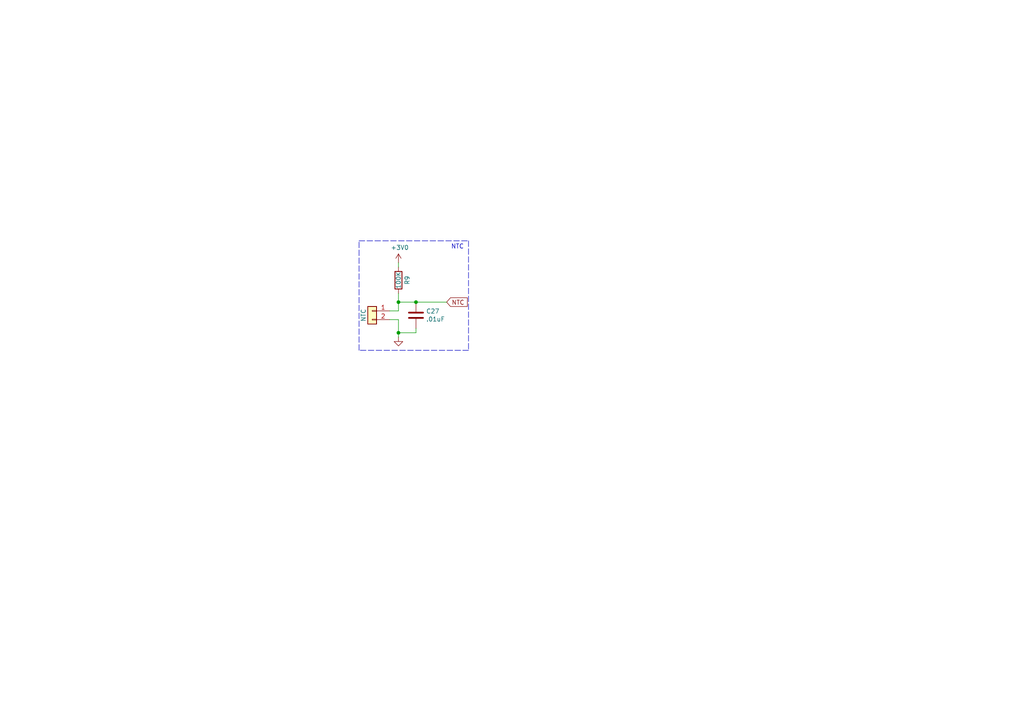
<source format=kicad_sch>
(kicad_sch (version 20211123) (generator eeschema)
  (paper "A4")
  (lib_symbols
    (symbol "Connector_Generic:Conn_01x02" (pin_names (offset 1.016) hide)
      (property "Reference" "J" (at 0 2.54 0))
      (property "Value" "Conn_01x02" (at 0 -5.08 0))
      (symbol "Conn_01x02_1_1"
        (rectangle (start -1.27 -2.413) (end 0 -2.667) (stroke (width 0.1524)))
        (rectangle (start -1.27 0.127) (end 0 -0.127) (stroke (width 0.1524)))
        (rectangle (start -1.27 1.27) (end 1.27 -3.81) (stroke (width 0.254)) (fill (type background)))
        (pin passive line (at -5.08 0 0) (length 3.81) (name "Pin_1") (number "1"))
        (pin passive line (at -5.08 -2.54 0) (length 3.81) (name "Pin_2") (number "2"))
      )
    )
    (symbol "Device:C" (pin_numbers hide) (pin_names (offset 0.254))
      (property "Reference" "C" (at 0.635 2.54 0))
      (property "Value" "C" (at 0.635 -2.54 0))
      (symbol "C_0_1"
        (polyline (pts (xy -2.032 -0.762) (xy 2.032 -0.762)) (stroke (width 0.508)))
        (polyline (pts (xy -2.032 0.762) (xy 2.032 0.762)) (stroke (width 0.508)))
      )
      (symbol "C_1_1"
        (pin passive line (at 0 3.81 270) (length 2.794) (name "~") (number "1"))
        (pin passive line (at 0 -3.81 90) (length 2.794) (name "~") (number "2"))
      )
    )
    (symbol "Device:R" (pin_numbers hide) (pin_names (offset 0))
      (property "Reference" "R" (at 2.032 0 90))
      (property "Value" "R" (at 0 0 90))
      (symbol "R_0_1"
        (rectangle (start -1.016 -2.54) (end 1.016 2.54) (stroke (width 0.254)))
      )
      (symbol "R_1_1"
        (pin passive line (at 0 3.81 270) (length 1.27) (name "~") (number "1"))
        (pin passive line (at 0 -3.81 90) (length 1.27) (name "~") (number "2"))
      )
    )
    (symbol "power:+3V0" (power) (pin_names (offset 0))
      (property "Value" "+3V0" (at 0 3.556 0))
      (symbol "+3V0_0_1"
        (polyline (pts (xy -0.762 1.27) (xy 0 2.54)))
        (polyline (pts (xy 0 0) (xy 0 2.54)))
        (polyline (pts (xy 0 2.54) (xy 0.762 1.27)))
      )
      (symbol "+3V0_1_1"
        (pin power_in line (at 0 0 90) (length 0) hide (name "+3V0") (number "1"))
      )
    )
    (symbol "power:GND" (power) (pin_names (offset 0))
      (property "Value" "GND" (at 0 -3.81 0))
      (symbol "GND_0_1"
        (polyline (pts (xy 0 0) (xy 0 -1.27) (xy 1.27 -1.27) (xy 0 -2.54) (xy -1.27 -1.27) (xy 0 -1.27)))
      )
      (symbol "GND_1_1"
        (pin power_in line (at 0 0 270) (length 0) hide (name "GND") (number "1"))
      )
    )
  )
  (junction (at 115.57 87.63))
  (junction (at 115.57 96.52))
  (junction (at 120.65 87.63))
  (polyline (pts (xy 135.89 101.6) (xy 104.14 101.6)))
  (wire (pts (xy 115.57 77.47) (xy 115.57 76.2)))
  (wire (pts (xy 120.65 96.52) (xy 120.65 95.25)))
  (polyline (pts (xy 104.14 69.85) (xy 135.89 69.85)))
  (polyline (pts (xy 135.89 69.85) (xy 135.89 101.6)))
  (wire (pts (xy 115.57 90.17) (xy 115.57 87.63)))
  (wire (pts (xy 113.03 90.17) (xy 115.57 90.17)))
  (wire (pts (xy 115.57 92.71) (xy 115.57 96.52)))
  (wire (pts (xy 115.57 96.52) (xy 115.57 97.79)))
  (wire (pts (xy 115.57 92.71) (xy 113.03 92.71)))
  (wire (pts (xy 115.57 87.63) (xy 115.57 85.09)))
  (wire (pts (xy 129.54 87.63) (xy 120.65 87.63)))
  (polyline (pts (xy 104.14 101.6) (xy 104.14 69.85)))
  (wire (pts (xy 115.57 96.52) (xy 120.65 96.52)))
  (wire (pts (xy 115.57 87.63) (xy 120.65 87.63)))
  (text "NTC" (at 130.81 72.39 0) (effects (font (size 1.27 1.27)) (justify left bottom)))
  (global_label "NTC" (shape input) (at 129.54 87.63 0) (property "Intersheet References" "${INTERSHEET_REFS}" (effects hide)))
  (symbol (lib_id "Connector_Generic:Conn_01x02") (at 107.95 90.17 0) (mirror y) (unit 1)
    (property "Reference" "J5" (effects hide))
    (property "Value" "NTC" (at 105.41 91.44 90))
    (property "Footprint" "Footprint:JST_2.54_2P" (effects hide))
  )
  (symbol (lib_id "power:GND") (at 115.57 97.79 0) (unit 1)
    (property "Reference" "#PWR0131" (effects hide))
    (property "Value" "GND" (effects hide))
  )
  (symbol (lib_id "Device:R") (at 115.57 81.28 0) (unit 1)
    (property "Reference" "R9" (at 118.11 81.28 90))
    (property "Value" "100K" (at 115.57 81.28 90))
    (property "Footprint" "Resistor_SMD:R_0603_1608Metric" (effects hide))
  )
  (symbol (lib_id "power:+3V0") (at 115.57 76.2 0) (unit 1)
    (property "Reference" "#PWR0130" (effects hide))
    (property "Value" "+3V0" (at 115.951 71.8058 0))
  )
  (symbol (lib_id "Device:C") (at 120.65 91.44 0) (unit 1)
    (property "Reference" "C27" (at 123.571 90.2716 0) (effects (justify left)))
    (property "Value" ".01uF" (at 123.571 92.583 0) (effects (justify left)))
    (property "Footprint" "Capacitor_SMD:C_0603_1608Metric" (effects hide))
  )
)
</source>
